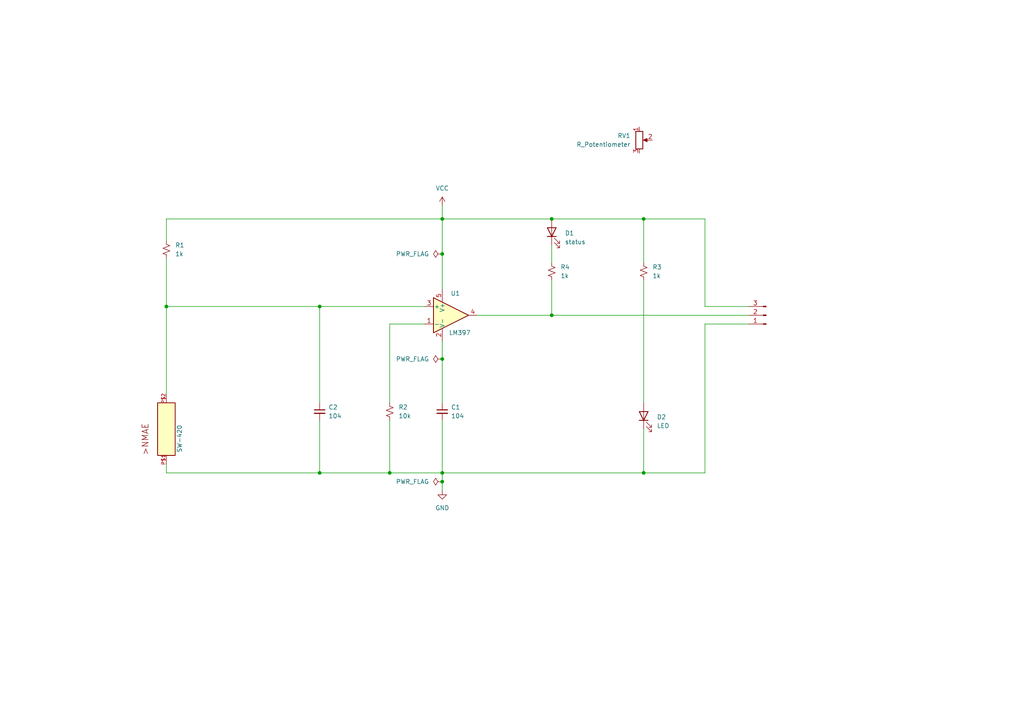
<source format=kicad_sch>
(kicad_sch
	(version 20231120)
	(generator "eeschema")
	(generator_version "8.0")
	(uuid "ed89d4a6-513b-47b5-b1db-65cb51a43269")
	(paper "A4")
	(title_block
		(title "Vibration Module")
		(date "2024-07-03")
		(company "Prince Lee Muhera")
	)
	(lib_symbols
		(symbol "Comparator:LM397"
			(pin_names
				(offset 0.127)
			)
			(exclude_from_sim no)
			(in_bom yes)
			(on_board yes)
			(property "Reference" "U"
				(at 1.27 5.08 0)
				(effects
					(font
						(size 1.27 1.27)
					)
				)
			)
			(property "Value" "LM397"
				(at 3.81 -5.08 0)
				(effects
					(font
						(size 1.27 1.27)
					)
				)
			)
			(property "Footprint" "Package_TO_SOT_SMD:SOT-23-5"
				(at 1.27 -15.24 0)
				(effects
					(font
						(size 1.27 1.27)
					)
					(hide yes)
				)
			)
			(property "Datasheet" "http://www.ti.com/lit/ds/symlink/lm397.pdf"
				(at 0 5.08 0)
				(effects
					(font
						(size 1.27 1.27)
					)
					(hide yes)
				)
			)
			(property "Description" "Single General-Purpose Voltage Comparator with Open-Collector Output, SOT-23-5"
				(at 0 0 0)
				(effects
					(font
						(size 1.27 1.27)
					)
					(hide yes)
				)
			)
			(property "ki_keywords" "single comparator"
				(at 0 0 0)
				(effects
					(font
						(size 1.27 1.27)
					)
					(hide yes)
				)
			)
			(property "ki_fp_filters" "SOT?23*"
				(at 0 0 0)
				(effects
					(font
						(size 1.27 1.27)
					)
					(hide yes)
				)
			)
			(symbol "LM397_0_1"
				(polyline
					(pts
						(xy -5.08 5.08) (xy 5.08 0) (xy -5.08 -5.08) (xy -5.08 5.08)
					)
					(stroke
						(width 0.254)
						(type default)
					)
					(fill
						(type background)
					)
				)
			)
			(symbol "LM397_1_1"
				(pin input line
					(at -7.62 -2.54 0)
					(length 2.54)
					(name "-"
						(effects
							(font
								(size 1.27 1.27)
							)
						)
					)
					(number "1"
						(effects
							(font
								(size 1.27 1.27)
							)
						)
					)
				)
				(pin power_in line
					(at -2.54 -7.62 90)
					(length 3.81)
					(name "V-"
						(effects
							(font
								(size 1.27 1.27)
							)
						)
					)
					(number "2"
						(effects
							(font
								(size 1.27 1.27)
							)
						)
					)
				)
				(pin input line
					(at -7.62 2.54 0)
					(length 2.54)
					(name "+"
						(effects
							(font
								(size 1.27 1.27)
							)
						)
					)
					(number "3"
						(effects
							(font
								(size 1.27 1.27)
							)
						)
					)
				)
				(pin open_collector line
					(at 7.62 0 180)
					(length 2.54)
					(name "~"
						(effects
							(font
								(size 1.27 1.27)
							)
						)
					)
					(number "4"
						(effects
							(font
								(size 1.27 1.27)
							)
						)
					)
				)
				(pin power_in line
					(at -2.54 7.62 270)
					(length 3.81)
					(name "V+"
						(effects
							(font
								(size 1.27 1.27)
							)
						)
					)
					(number "5"
						(effects
							(font
								(size 1.27 1.27)
							)
						)
					)
				)
			)
		)
		(symbol "Connector:Conn_01x03_Pin"
			(pin_names
				(offset 1.016) hide)
			(exclude_from_sim no)
			(in_bom yes)
			(on_board yes)
			(property "Reference" "J"
				(at 0 5.08 0)
				(effects
					(font
						(size 1.27 1.27)
					)
				)
			)
			(property "Value" "Conn_01x03_Pin"
				(at 0 -5.08 0)
				(effects
					(font
						(size 1.27 1.27)
					)
				)
			)
			(property "Footprint" ""
				(at 0 0 0)
				(effects
					(font
						(size 1.27 1.27)
					)
					(hide yes)
				)
			)
			(property "Datasheet" "~"
				(at 0 0 0)
				(effects
					(font
						(size 1.27 1.27)
					)
					(hide yes)
				)
			)
			(property "Description" "Generic connector, single row, 01x03, script generated"
				(at 0 0 0)
				(effects
					(font
						(size 1.27 1.27)
					)
					(hide yes)
				)
			)
			(property "ki_locked" ""
				(at 0 0 0)
				(effects
					(font
						(size 1.27 1.27)
					)
				)
			)
			(property "ki_keywords" "connector"
				(at 0 0 0)
				(effects
					(font
						(size 1.27 1.27)
					)
					(hide yes)
				)
			)
			(property "ki_fp_filters" "Connector*:*_1x??_*"
				(at 0 0 0)
				(effects
					(font
						(size 1.27 1.27)
					)
					(hide yes)
				)
			)
			(symbol "Conn_01x03_Pin_1_1"
				(polyline
					(pts
						(xy 1.27 -2.54) (xy 0.8636 -2.54)
					)
					(stroke
						(width 0.1524)
						(type default)
					)
					(fill
						(type none)
					)
				)
				(polyline
					(pts
						(xy 1.27 0) (xy 0.8636 0)
					)
					(stroke
						(width 0.1524)
						(type default)
					)
					(fill
						(type none)
					)
				)
				(polyline
					(pts
						(xy 1.27 2.54) (xy 0.8636 2.54)
					)
					(stroke
						(width 0.1524)
						(type default)
					)
					(fill
						(type none)
					)
				)
				(rectangle
					(start 0.8636 -2.413)
					(end 0 -2.667)
					(stroke
						(width 0.1524)
						(type default)
					)
					(fill
						(type outline)
					)
				)
				(rectangle
					(start 0.8636 0.127)
					(end 0 -0.127)
					(stroke
						(width 0.1524)
						(type default)
					)
					(fill
						(type outline)
					)
				)
				(rectangle
					(start 0.8636 2.667)
					(end 0 2.413)
					(stroke
						(width 0.1524)
						(type default)
					)
					(fill
						(type outline)
					)
				)
				(pin passive line
					(at 5.08 2.54 180)
					(length 3.81)
					(name "Pin_1"
						(effects
							(font
								(size 1.27 1.27)
							)
						)
					)
					(number "1"
						(effects
							(font
								(size 1.27 1.27)
							)
						)
					)
				)
				(pin passive line
					(at 5.08 0 180)
					(length 3.81)
					(name "Pin_2"
						(effects
							(font
								(size 1.27 1.27)
							)
						)
					)
					(number "2"
						(effects
							(font
								(size 1.27 1.27)
							)
						)
					)
				)
				(pin passive line
					(at 5.08 -2.54 180)
					(length 3.81)
					(name "Pin_3"
						(effects
							(font
								(size 1.27 1.27)
							)
						)
					)
					(number "3"
						(effects
							(font
								(size 1.27 1.27)
							)
						)
					)
				)
			)
		)
		(symbol "Device:C_Small"
			(pin_numbers hide)
			(pin_names
				(offset 0.254) hide)
			(exclude_from_sim no)
			(in_bom yes)
			(on_board yes)
			(property "Reference" "C"
				(at 0.254 1.778 0)
				(effects
					(font
						(size 1.27 1.27)
					)
					(justify left)
				)
			)
			(property "Value" "C_Small"
				(at 0.254 -2.032 0)
				(effects
					(font
						(size 1.27 1.27)
					)
					(justify left)
				)
			)
			(property "Footprint" ""
				(at 0 0 0)
				(effects
					(font
						(size 1.27 1.27)
					)
					(hide yes)
				)
			)
			(property "Datasheet" "~"
				(at 0 0 0)
				(effects
					(font
						(size 1.27 1.27)
					)
					(hide yes)
				)
			)
			(property "Description" "Unpolarized capacitor, small symbol"
				(at 0 0 0)
				(effects
					(font
						(size 1.27 1.27)
					)
					(hide yes)
				)
			)
			(property "ki_keywords" "capacitor cap"
				(at 0 0 0)
				(effects
					(font
						(size 1.27 1.27)
					)
					(hide yes)
				)
			)
			(property "ki_fp_filters" "C_*"
				(at 0 0 0)
				(effects
					(font
						(size 1.27 1.27)
					)
					(hide yes)
				)
			)
			(symbol "C_Small_0_1"
				(polyline
					(pts
						(xy -1.524 -0.508) (xy 1.524 -0.508)
					)
					(stroke
						(width 0.3302)
						(type default)
					)
					(fill
						(type none)
					)
				)
				(polyline
					(pts
						(xy -1.524 0.508) (xy 1.524 0.508)
					)
					(stroke
						(width 0.3048)
						(type default)
					)
					(fill
						(type none)
					)
				)
			)
			(symbol "C_Small_1_1"
				(pin passive line
					(at 0 2.54 270)
					(length 2.032)
					(name "~"
						(effects
							(font
								(size 1.27 1.27)
							)
						)
					)
					(number "1"
						(effects
							(font
								(size 1.27 1.27)
							)
						)
					)
				)
				(pin passive line
					(at 0 -2.54 90)
					(length 2.032)
					(name "~"
						(effects
							(font
								(size 1.27 1.27)
							)
						)
					)
					(number "2"
						(effects
							(font
								(size 1.27 1.27)
							)
						)
					)
				)
			)
		)
		(symbol "Device:LED"
			(pin_numbers hide)
			(pin_names
				(offset 1.016) hide)
			(exclude_from_sim no)
			(in_bom yes)
			(on_board yes)
			(property "Reference" "D"
				(at 0 2.54 0)
				(effects
					(font
						(size 1.27 1.27)
					)
				)
			)
			(property "Value" "LED"
				(at 0 -2.54 0)
				(effects
					(font
						(size 1.27 1.27)
					)
				)
			)
			(property "Footprint" ""
				(at 0 0 0)
				(effects
					(font
						(size 1.27 1.27)
					)
					(hide yes)
				)
			)
			(property "Datasheet" "~"
				(at 0 0 0)
				(effects
					(font
						(size 1.27 1.27)
					)
					(hide yes)
				)
			)
			(property "Description" "Light emitting diode"
				(at 0 0 0)
				(effects
					(font
						(size 1.27 1.27)
					)
					(hide yes)
				)
			)
			(property "ki_keywords" "LED diode"
				(at 0 0 0)
				(effects
					(font
						(size 1.27 1.27)
					)
					(hide yes)
				)
			)
			(property "ki_fp_filters" "LED* LED_SMD:* LED_THT:*"
				(at 0 0 0)
				(effects
					(font
						(size 1.27 1.27)
					)
					(hide yes)
				)
			)
			(symbol "LED_0_1"
				(polyline
					(pts
						(xy -1.27 -1.27) (xy -1.27 1.27)
					)
					(stroke
						(width 0.254)
						(type default)
					)
					(fill
						(type none)
					)
				)
				(polyline
					(pts
						(xy -1.27 0) (xy 1.27 0)
					)
					(stroke
						(width 0)
						(type default)
					)
					(fill
						(type none)
					)
				)
				(polyline
					(pts
						(xy 1.27 -1.27) (xy 1.27 1.27) (xy -1.27 0) (xy 1.27 -1.27)
					)
					(stroke
						(width 0.254)
						(type default)
					)
					(fill
						(type none)
					)
				)
				(polyline
					(pts
						(xy -3.048 -0.762) (xy -4.572 -2.286) (xy -3.81 -2.286) (xy -4.572 -2.286) (xy -4.572 -1.524)
					)
					(stroke
						(width 0)
						(type default)
					)
					(fill
						(type none)
					)
				)
				(polyline
					(pts
						(xy -1.778 -0.762) (xy -3.302 -2.286) (xy -2.54 -2.286) (xy -3.302 -2.286) (xy -3.302 -1.524)
					)
					(stroke
						(width 0)
						(type default)
					)
					(fill
						(type none)
					)
				)
			)
			(symbol "LED_1_1"
				(pin passive line
					(at -3.81 0 0)
					(length 2.54)
					(name "K"
						(effects
							(font
								(size 1.27 1.27)
							)
						)
					)
					(number "1"
						(effects
							(font
								(size 1.27 1.27)
							)
						)
					)
				)
				(pin passive line
					(at 3.81 0 180)
					(length 2.54)
					(name "A"
						(effects
							(font
								(size 1.27 1.27)
							)
						)
					)
					(number "2"
						(effects
							(font
								(size 1.27 1.27)
							)
						)
					)
				)
			)
		)
		(symbol "Device:R_Potentiometer"
			(pin_names
				(offset 1.016) hide)
			(exclude_from_sim no)
			(in_bom yes)
			(on_board yes)
			(property "Reference" "RV"
				(at -4.445 0 90)
				(effects
					(font
						(size 1.27 1.27)
					)
				)
			)
			(property "Value" "R_Potentiometer"
				(at -2.54 0 90)
				(effects
					(font
						(size 1.27 1.27)
					)
				)
			)
			(property "Footprint" ""
				(at 0 0 0)
				(effects
					(font
						(size 1.27 1.27)
					)
					(hide yes)
				)
			)
			(property "Datasheet" "~"
				(at 0 0 0)
				(effects
					(font
						(size 1.27 1.27)
					)
					(hide yes)
				)
			)
			(property "Description" "Potentiometer"
				(at 0 0 0)
				(effects
					(font
						(size 1.27 1.27)
					)
					(hide yes)
				)
			)
			(property "ki_keywords" "resistor variable"
				(at 0 0 0)
				(effects
					(font
						(size 1.27 1.27)
					)
					(hide yes)
				)
			)
			(property "ki_fp_filters" "Potentiometer*"
				(at 0 0 0)
				(effects
					(font
						(size 1.27 1.27)
					)
					(hide yes)
				)
			)
			(symbol "R_Potentiometer_0_1"
				(polyline
					(pts
						(xy 2.54 0) (xy 1.524 0)
					)
					(stroke
						(width 0)
						(type default)
					)
					(fill
						(type none)
					)
				)
				(polyline
					(pts
						(xy 1.143 0) (xy 2.286 0.508) (xy 2.286 -0.508) (xy 1.143 0)
					)
					(stroke
						(width 0)
						(type default)
					)
					(fill
						(type outline)
					)
				)
				(rectangle
					(start 1.016 2.54)
					(end -1.016 -2.54)
					(stroke
						(width 0.254)
						(type default)
					)
					(fill
						(type none)
					)
				)
			)
			(symbol "R_Potentiometer_1_1"
				(pin passive line
					(at 0 3.81 270)
					(length 1.27)
					(name "1"
						(effects
							(font
								(size 1.27 1.27)
							)
						)
					)
					(number "1"
						(effects
							(font
								(size 1.27 1.27)
							)
						)
					)
				)
				(pin passive line
					(at 3.81 0 180)
					(length 1.27)
					(name "2"
						(effects
							(font
								(size 1.27 1.27)
							)
						)
					)
					(number "2"
						(effects
							(font
								(size 1.27 1.27)
							)
						)
					)
				)
				(pin passive line
					(at 0 -3.81 90)
					(length 1.27)
					(name "3"
						(effects
							(font
								(size 1.27 1.27)
							)
						)
					)
					(number "3"
						(effects
							(font
								(size 1.27 1.27)
							)
						)
					)
				)
			)
		)
		(symbol "Device:R_Small_US"
			(pin_numbers hide)
			(pin_names
				(offset 0.254) hide)
			(exclude_from_sim no)
			(in_bom yes)
			(on_board yes)
			(property "Reference" "R"
				(at 0.762 0.508 0)
				(effects
					(font
						(size 1.27 1.27)
					)
					(justify left)
				)
			)
			(property "Value" "R_Small_US"
				(at 0.762 -1.016 0)
				(effects
					(font
						(size 1.27 1.27)
					)
					(justify left)
				)
			)
			(property "Footprint" ""
				(at 0 0 0)
				(effects
					(font
						(size 1.27 1.27)
					)
					(hide yes)
				)
			)
			(property "Datasheet" "~"
				(at 0 0 0)
				(effects
					(font
						(size 1.27 1.27)
					)
					(hide yes)
				)
			)
			(property "Description" "Resistor, small US symbol"
				(at 0 0 0)
				(effects
					(font
						(size 1.27 1.27)
					)
					(hide yes)
				)
			)
			(property "ki_keywords" "r resistor"
				(at 0 0 0)
				(effects
					(font
						(size 1.27 1.27)
					)
					(hide yes)
				)
			)
			(property "ki_fp_filters" "R_*"
				(at 0 0 0)
				(effects
					(font
						(size 1.27 1.27)
					)
					(hide yes)
				)
			)
			(symbol "R_Small_US_1_1"
				(polyline
					(pts
						(xy 0 0) (xy 1.016 -0.381) (xy 0 -0.762) (xy -1.016 -1.143) (xy 0 -1.524)
					)
					(stroke
						(width 0)
						(type default)
					)
					(fill
						(type none)
					)
				)
				(polyline
					(pts
						(xy 0 1.524) (xy 1.016 1.143) (xy 0 0.762) (xy -1.016 0.381) (xy 0 0)
					)
					(stroke
						(width 0)
						(type default)
					)
					(fill
						(type none)
					)
				)
				(pin passive line
					(at 0 2.54 270)
					(length 1.016)
					(name "~"
						(effects
							(font
								(size 1.27 1.27)
							)
						)
					)
					(number "1"
						(effects
							(font
								(size 1.27 1.27)
							)
						)
					)
				)
				(pin passive line
					(at 0 -2.54 90)
					(length 1.016)
					(name "~"
						(effects
							(font
								(size 1.27 1.27)
							)
						)
					)
					(number "2"
						(effects
							(font
								(size 1.27 1.27)
							)
						)
					)
				)
			)
		)
		(symbol "SW-420:SW-420"
			(pin_names
				(offset 1.016)
			)
			(exclude_from_sim no)
			(in_bom yes)
			(on_board yes)
			(property "Reference" "X1"
				(at 1.2701 -3.81 90)
				(effects
					(font
						(size 1.27 1.27)
					)
					(justify right)
					(hide yes)
				)
			)
			(property "Value" "SW-420"
				(at 1.27 -3.81 0)
				(effects
					(font
						(size 1.27 1.27)
					)
					(justify right)
				)
			)
			(property "Footprint" "SW-420:SW-420"
				(at 0 0 0)
				(effects
					(font
						(size 1.27 1.27)
					)
					(justify bottom)
					(hide yes)
				)
			)
			(property "Datasheet" ""
				(at 0 0 0)
				(effects
					(font
						(size 1.27 1.27)
					)
					(hide yes)
				)
			)
			(property "Description" ""
				(at 0 0 0)
				(effects
					(font
						(size 1.27 1.27)
					)
					(hide yes)
				)
			)
			(property "MF" "Stancor"
				(at 0 0 0)
				(effects
					(font
						(size 1.27 1.27)
					)
					(justify bottom)
					(hide yes)
				)
			)
			(property "Description_1" "\nPower Transformer 2500Vrms 6VA 6 Terminal PC Pin Thru-Hole\n"
				(at 5.334 -13.97 0)
				(effects
					(font
						(size 1.27 1.27)
					)
					(justify bottom)
					(hide yes)
				)
			)
			(property "Package" "None"
				(at 0 0 0)
				(effects
					(font
						(size 1.27 1.27)
					)
					(justify bottom)
					(hide yes)
				)
			)
			(property "Price" "None"
				(at 0 0 0)
				(effects
					(font
						(size 1.27 1.27)
					)
					(justify bottom)
					(hide yes)
				)
			)
			(property "SnapEDA_Link" "https://www.snapeda.com/parts/SW-420/Stancor/view-part/?ref=snap"
				(at 2.54 -8.128 0)
				(effects
					(font
						(size 1.27 1.27)
					)
					(justify bottom)
					(hide yes)
				)
			)
			(property "MP" "SW-420"
				(at 0 0 0)
				(effects
					(font
						(size 1.27 1.27)
					)
					(justify bottom)
					(hide yes)
				)
			)
			(property "Availability" "Not in stock"
				(at 0 0 0)
				(effects
					(font
						(size 1.27 1.27)
					)
					(justify bottom)
					(hide yes)
				)
			)
			(property "Check_prices" "https://www.snapeda.com/parts/SW-420/Stancor/view-part/?ref=eda"
				(at 4.064 -12.192 0)
				(effects
					(font
						(size 1.27 1.27)
					)
					(justify bottom)
					(hide yes)
				)
			)
			(symbol "SW-420_0_0"
				(rectangle
					(start -7.62 2.54)
					(end 7.62 -2.54)
					(stroke
						(width 0.254)
						(type default)
					)
					(fill
						(type background)
					)
				)
				(text ">NMAE"
					(at -7.62 5.08 0)
					(effects
						(font
							(size 1.778 1.778)
						)
						(justify left bottom)
					)
				)
				(pin bidirectional line
					(at 10.16 0 180)
					(length 2.54)
					(name "~"
						(effects
							(font
								(size 1.016 1.016)
							)
						)
					)
					(number "P$2"
						(effects
							(font
								(size 1.016 1.016)
							)
						)
					)
				)
			)
			(symbol "SW-420_1_0"
				(pin input line
					(at -10.16 0 0)
					(length 2.54)
					(name "~"
						(effects
							(font
								(size 1.016 1.016)
							)
						)
					)
					(number "P$1"
						(effects
							(font
								(size 1.016 1.016)
							)
						)
					)
				)
			)
		)
		(symbol "power:GND"
			(power)
			(pin_numbers hide)
			(pin_names
				(offset 0) hide)
			(exclude_from_sim no)
			(in_bom yes)
			(on_board yes)
			(property "Reference" "#PWR"
				(at 0 -6.35 0)
				(effects
					(font
						(size 1.27 1.27)
					)
					(hide yes)
				)
			)
			(property "Value" "GND"
				(at 0 -3.81 0)
				(effects
					(font
						(size 1.27 1.27)
					)
				)
			)
			(property "Footprint" ""
				(at 0 0 0)
				(effects
					(font
						(size 1.27 1.27)
					)
					(hide yes)
				)
			)
			(property "Datasheet" ""
				(at 0 0 0)
				(effects
					(font
						(size 1.27 1.27)
					)
					(hide yes)
				)
			)
			(property "Description" "Power symbol creates a global label with name \"GND\" , ground"
				(at 0 0 0)
				(effects
					(font
						(size 1.27 1.27)
					)
					(hide yes)
				)
			)
			(property "ki_keywords" "global power"
				(at 0 0 0)
				(effects
					(font
						(size 1.27 1.27)
					)
					(hide yes)
				)
			)
			(symbol "GND_0_1"
				(polyline
					(pts
						(xy 0 0) (xy 0 -1.27) (xy 1.27 -1.27) (xy 0 -2.54) (xy -1.27 -1.27) (xy 0 -1.27)
					)
					(stroke
						(width 0)
						(type default)
					)
					(fill
						(type none)
					)
				)
			)
			(symbol "GND_1_1"
				(pin power_in line
					(at 0 0 270)
					(length 0)
					(name "~"
						(effects
							(font
								(size 1.27 1.27)
							)
						)
					)
					(number "1"
						(effects
							(font
								(size 1.27 1.27)
							)
						)
					)
				)
			)
		)
		(symbol "power:PWR_FLAG"
			(power)
			(pin_numbers hide)
			(pin_names
				(offset 0) hide)
			(exclude_from_sim no)
			(in_bom yes)
			(on_board yes)
			(property "Reference" "#FLG"
				(at 0 1.905 0)
				(effects
					(font
						(size 1.27 1.27)
					)
					(hide yes)
				)
			)
			(property "Value" "PWR_FLAG"
				(at 0 3.81 0)
				(effects
					(font
						(size 1.27 1.27)
					)
				)
			)
			(property "Footprint" ""
				(at 0 0 0)
				(effects
					(font
						(size 1.27 1.27)
					)
					(hide yes)
				)
			)
			(property "Datasheet" "~"
				(at 0 0 0)
				(effects
					(font
						(size 1.27 1.27)
					)
					(hide yes)
				)
			)
			(property "Description" "Special symbol for telling ERC where power comes from"
				(at 0 0 0)
				(effects
					(font
						(size 1.27 1.27)
					)
					(hide yes)
				)
			)
			(property "ki_keywords" "flag power"
				(at 0 0 0)
				(effects
					(font
						(size 1.27 1.27)
					)
					(hide yes)
				)
			)
			(symbol "PWR_FLAG_0_0"
				(pin power_out line
					(at 0 0 90)
					(length 0)
					(name "~"
						(effects
							(font
								(size 1.27 1.27)
							)
						)
					)
					(number "1"
						(effects
							(font
								(size 1.27 1.27)
							)
						)
					)
				)
			)
			(symbol "PWR_FLAG_0_1"
				(polyline
					(pts
						(xy 0 0) (xy 0 1.27) (xy -1.016 1.905) (xy 0 2.54) (xy 1.016 1.905) (xy 0 1.27)
					)
					(stroke
						(width 0)
						(type default)
					)
					(fill
						(type none)
					)
				)
			)
		)
		(symbol "power:VCC"
			(power)
			(pin_numbers hide)
			(pin_names
				(offset 0) hide)
			(exclude_from_sim no)
			(in_bom yes)
			(on_board yes)
			(property "Reference" "#PWR"
				(at 0 -3.81 0)
				(effects
					(font
						(size 1.27 1.27)
					)
					(hide yes)
				)
			)
			(property "Value" "VCC"
				(at 0 3.556 0)
				(effects
					(font
						(size 1.27 1.27)
					)
				)
			)
			(property "Footprint" ""
				(at 0 0 0)
				(effects
					(font
						(size 1.27 1.27)
					)
					(hide yes)
				)
			)
			(property "Datasheet" ""
				(at 0 0 0)
				(effects
					(font
						(size 1.27 1.27)
					)
					(hide yes)
				)
			)
			(property "Description" "Power symbol creates a global label with name \"VCC\""
				(at 0 0 0)
				(effects
					(font
						(size 1.27 1.27)
					)
					(hide yes)
				)
			)
			(property "ki_keywords" "global power"
				(at 0 0 0)
				(effects
					(font
						(size 1.27 1.27)
					)
					(hide yes)
				)
			)
			(symbol "VCC_0_1"
				(polyline
					(pts
						(xy -0.762 1.27) (xy 0 2.54)
					)
					(stroke
						(width 0)
						(type default)
					)
					(fill
						(type none)
					)
				)
				(polyline
					(pts
						(xy 0 0) (xy 0 2.54)
					)
					(stroke
						(width 0)
						(type default)
					)
					(fill
						(type none)
					)
				)
				(polyline
					(pts
						(xy 0 2.54) (xy 0.762 1.27)
					)
					(stroke
						(width 0)
						(type default)
					)
					(fill
						(type none)
					)
				)
			)
			(symbol "VCC_1_1"
				(pin power_in line
					(at 0 0 90)
					(length 0)
					(name "~"
						(effects
							(font
								(size 1.27 1.27)
							)
						)
					)
					(number "1"
						(effects
							(font
								(size 1.27 1.27)
							)
						)
					)
				)
			)
		)
	)
	(junction
		(at 128.27 104.14)
		(diameter 0)
		(color 0 0 0 0)
		(uuid "036a6e80-6e28-4d38-a655-b2f582ab1114")
	)
	(junction
		(at 186.69 63.5)
		(diameter 0)
		(color 0 0 0 0)
		(uuid "0f636b64-5c7e-4ded-9b4b-57fa40c1c931")
	)
	(junction
		(at 160.02 91.44)
		(diameter 0)
		(color 0 0 0 0)
		(uuid "26c0d9af-b1d5-4760-ab07-5d1c5f8a92eb")
	)
	(junction
		(at 48.26 88.9)
		(diameter 0)
		(color 0 0 0 0)
		(uuid "61f85647-98f9-4530-9ef5-e4909db4395a")
	)
	(junction
		(at 113.03 137.16)
		(diameter 0)
		(color 0 0 0 0)
		(uuid "77c43432-c19b-42c6-91e0-2cd128557f17")
	)
	(junction
		(at 92.71 88.9)
		(diameter 0)
		(color 0 0 0 0)
		(uuid "787ab236-2cad-49b3-972f-32bdb533b7f4")
	)
	(junction
		(at 128.27 137.16)
		(diameter 0)
		(color 0 0 0 0)
		(uuid "78f2cac9-9eb6-429e-8716-7eec50de9891")
	)
	(junction
		(at 92.71 137.16)
		(diameter 0)
		(color 0 0 0 0)
		(uuid "7f2d69f4-4186-4565-8153-126a3040da73")
	)
	(junction
		(at 128.27 139.7)
		(diameter 0)
		(color 0 0 0 0)
		(uuid "99611f6d-921c-4167-afdb-7a0d0f22f8f9")
	)
	(junction
		(at 186.69 137.16)
		(diameter 0)
		(color 0 0 0 0)
		(uuid "a81bf0df-8267-4a6d-b92f-4fd2abeff169")
	)
	(junction
		(at 128.27 63.5)
		(diameter 0)
		(color 0 0 0 0)
		(uuid "dfeec7f8-6c0c-4dbd-b5e3-5b1fbed14725")
	)
	(junction
		(at 128.27 73.66)
		(diameter 0)
		(color 0 0 0 0)
		(uuid "f63ea0ea-1784-4c76-b57d-b62de5301460")
	)
	(junction
		(at 160.02 63.5)
		(diameter 0)
		(color 0 0 0 0)
		(uuid "fa668b85-3d5a-4209-b8fc-afec1a2e6b96")
	)
	(wire
		(pts
			(xy 92.71 137.16) (xy 113.03 137.16)
		)
		(stroke
			(width 0)
			(type default)
		)
		(uuid "021a1b6e-0a12-4a5b-880e-018daf0b3443")
	)
	(wire
		(pts
			(xy 160.02 71.12) (xy 160.02 76.2)
		)
		(stroke
			(width 0)
			(type default)
		)
		(uuid "07f33e41-ab8c-4fdf-8fca-f5d6847d7b0e")
	)
	(wire
		(pts
			(xy 160.02 81.28) (xy 160.02 91.44)
		)
		(stroke
			(width 0)
			(type default)
		)
		(uuid "1a63e3be-74ac-47ed-ba7a-94fbd4998418")
	)
	(wire
		(pts
			(xy 204.47 88.9) (xy 204.47 63.5)
		)
		(stroke
			(width 0)
			(type default)
		)
		(uuid "2b96a210-bb54-4c70-9a9b-96501e125991")
	)
	(wire
		(pts
			(xy 186.69 76.2) (xy 186.69 63.5)
		)
		(stroke
			(width 0)
			(type default)
		)
		(uuid "34b03924-78d1-4c92-a582-173ebab51f87")
	)
	(wire
		(pts
			(xy 186.69 81.28) (xy 186.69 116.84)
		)
		(stroke
			(width 0)
			(type default)
		)
		(uuid "4231d715-0906-4090-aed0-83f7104af465")
	)
	(wire
		(pts
			(xy 92.71 88.9) (xy 123.19 88.9)
		)
		(stroke
			(width 0)
			(type default)
		)
		(uuid "49ca3606-53ca-45df-ab67-2a5f3647f4ef")
	)
	(wire
		(pts
			(xy 48.26 134.62) (xy 48.26 137.16)
		)
		(stroke
			(width 0)
			(type default)
		)
		(uuid "4d75bfc9-dc29-472c-8460-e4ce021dbe62")
	)
	(wire
		(pts
			(xy 48.26 88.9) (xy 92.71 88.9)
		)
		(stroke
			(width 0)
			(type default)
		)
		(uuid "4f93c1b3-8b9c-42ec-8525-2f57f9b3246e")
	)
	(wire
		(pts
			(xy 128.27 59.69) (xy 128.27 63.5)
		)
		(stroke
			(width 0)
			(type default)
		)
		(uuid "536291ec-82bd-4c9b-bcf7-5057bb0b945c")
	)
	(wire
		(pts
			(xy 204.47 63.5) (xy 186.69 63.5)
		)
		(stroke
			(width 0)
			(type default)
		)
		(uuid "567cfd21-a0da-436f-9a13-8c01ec3021d7")
	)
	(wire
		(pts
			(xy 186.69 63.5) (xy 160.02 63.5)
		)
		(stroke
			(width 0)
			(type default)
		)
		(uuid "661f0bba-3ed7-4cca-8abd-0408d1b5dda5")
	)
	(wire
		(pts
			(xy 48.26 74.93) (xy 48.26 88.9)
		)
		(stroke
			(width 0)
			(type default)
		)
		(uuid "72af8e5e-3914-42f9-a385-6b0313c6eba7")
	)
	(wire
		(pts
			(xy 48.26 69.85) (xy 48.26 63.5)
		)
		(stroke
			(width 0)
			(type default)
		)
		(uuid "747c05f6-e695-4ce3-b6de-edcbb3894374")
	)
	(wire
		(pts
			(xy 92.71 121.92) (xy 92.71 137.16)
		)
		(stroke
			(width 0)
			(type default)
		)
		(uuid "7f4ae6ed-8d21-4345-b210-f334039abcce")
	)
	(wire
		(pts
			(xy 160.02 91.44) (xy 217.17 91.44)
		)
		(stroke
			(width 0)
			(type default)
		)
		(uuid "84bd0372-d290-4bc5-b4b2-7e2af57ffd2c")
	)
	(wire
		(pts
			(xy 186.69 124.46) (xy 186.69 137.16)
		)
		(stroke
			(width 0)
			(type default)
		)
		(uuid "87d639bf-a43b-40cd-85e9-5c49ea1b2dbe")
	)
	(wire
		(pts
			(xy 48.26 114.3) (xy 48.26 88.9)
		)
		(stroke
			(width 0)
			(type default)
		)
		(uuid "91646694-4f08-4615-8539-c95c8df5a330")
	)
	(wire
		(pts
			(xy 113.03 116.84) (xy 113.03 93.98)
		)
		(stroke
			(width 0)
			(type default)
		)
		(uuid "9557e514-2cbe-4d4c-9f96-570b97d89081")
	)
	(wire
		(pts
			(xy 113.03 93.98) (xy 123.19 93.98)
		)
		(stroke
			(width 0)
			(type default)
		)
		(uuid "a6489c1a-2413-4643-8c65-b44d98d2cc5e")
	)
	(wire
		(pts
			(xy 48.26 137.16) (xy 92.71 137.16)
		)
		(stroke
			(width 0)
			(type default)
		)
		(uuid "a97d267e-1e0b-4a11-b200-d07b26ba6530")
	)
	(wire
		(pts
			(xy 128.27 63.5) (xy 128.27 73.66)
		)
		(stroke
			(width 0)
			(type default)
		)
		(uuid "a9be4416-5052-4f84-8ff7-206fbcdf20c2")
	)
	(wire
		(pts
			(xy 128.27 63.5) (xy 160.02 63.5)
		)
		(stroke
			(width 0)
			(type default)
		)
		(uuid "adb6e1bf-b412-483a-8eb5-a80f01b5a83f")
	)
	(wire
		(pts
			(xy 128.27 104.14) (xy 128.27 116.84)
		)
		(stroke
			(width 0)
			(type default)
		)
		(uuid "b3180d9b-95d0-46b5-88df-9860d707b840")
	)
	(wire
		(pts
			(xy 113.03 121.92) (xy 113.03 137.16)
		)
		(stroke
			(width 0)
			(type default)
		)
		(uuid "b826f562-a380-4da6-901e-2bbdbf2a81c9")
	)
	(wire
		(pts
			(xy 128.27 73.66) (xy 128.27 83.82)
		)
		(stroke
			(width 0)
			(type default)
		)
		(uuid "c1b243c8-4b20-46f2-97b2-c73cc832e627")
	)
	(wire
		(pts
			(xy 204.47 137.16) (xy 186.69 137.16)
		)
		(stroke
			(width 0)
			(type default)
		)
		(uuid "c3a02e8a-176c-4575-aaf6-1417a24189ec")
	)
	(wire
		(pts
			(xy 128.27 137.16) (xy 128.27 139.7)
		)
		(stroke
			(width 0)
			(type default)
		)
		(uuid "c6c684de-4d86-45e2-a00b-31dd727456c2")
	)
	(wire
		(pts
			(xy 128.27 139.7) (xy 128.27 142.24)
		)
		(stroke
			(width 0)
			(type default)
		)
		(uuid "d52ce9d2-acab-4b04-aba1-9a21655dcc80")
	)
	(wire
		(pts
			(xy 186.69 137.16) (xy 128.27 137.16)
		)
		(stroke
			(width 0)
			(type default)
		)
		(uuid "dd82cd25-76cb-46c7-98b8-e6af90d3d861")
	)
	(wire
		(pts
			(xy 113.03 137.16) (xy 128.27 137.16)
		)
		(stroke
			(width 0)
			(type default)
		)
		(uuid "dec53818-8b5b-475f-891b-3ba94a3329f9")
	)
	(wire
		(pts
			(xy 48.26 63.5) (xy 128.27 63.5)
		)
		(stroke
			(width 0)
			(type default)
		)
		(uuid "dec7fbe5-d2de-4d67-b79e-14439ffbb4f5")
	)
	(wire
		(pts
			(xy 128.27 99.06) (xy 128.27 104.14)
		)
		(stroke
			(width 0)
			(type default)
		)
		(uuid "e705ed5c-e64f-4a87-9f01-bf57f1521174")
	)
	(wire
		(pts
			(xy 128.27 121.92) (xy 128.27 137.16)
		)
		(stroke
			(width 0)
			(type default)
		)
		(uuid "e9b34443-6d22-4268-ab1f-9165d8fc45f8")
	)
	(wire
		(pts
			(xy 217.17 93.98) (xy 204.47 93.98)
		)
		(stroke
			(width 0)
			(type default)
		)
		(uuid "ed2a6621-077f-42a3-bca1-5db3913ae45f")
	)
	(wire
		(pts
			(xy 204.47 93.98) (xy 204.47 137.16)
		)
		(stroke
			(width 0)
			(type default)
		)
		(uuid "f6a072a5-f41a-4de4-ba73-c08d386a1180")
	)
	(wire
		(pts
			(xy 92.71 116.84) (xy 92.71 88.9)
		)
		(stroke
			(width 0)
			(type default)
		)
		(uuid "f8657ec6-e6e2-4631-851d-5f05c5a86b52")
	)
	(wire
		(pts
			(xy 138.43 91.44) (xy 160.02 91.44)
		)
		(stroke
			(width 0)
			(type default)
		)
		(uuid "f9423ce6-9938-42ab-886a-a41254fa129c")
	)
	(wire
		(pts
			(xy 217.17 88.9) (xy 204.47 88.9)
		)
		(stroke
			(width 0)
			(type default)
		)
		(uuid "f9649702-d465-47c9-9959-cb99a9c58348")
	)
	(symbol
		(lib_id "power:PWR_FLAG")
		(at 128.27 104.14 90)
		(unit 1)
		(exclude_from_sim no)
		(in_bom yes)
		(on_board yes)
		(dnp no)
		(fields_autoplaced yes)
		(uuid "0475fef9-d0ef-4b7f-8e48-925412dc0f72")
		(property "Reference" "#FLG02"
			(at 126.365 104.14 0)
			(effects
				(font
					(size 1.27 1.27)
				)
				(hide yes)
			)
		)
		(property "Value" "PWR_FLAG"
			(at 124.46 104.1399 90)
			(effects
				(font
					(size 1.27 1.27)
				)
				(justify left)
			)
		)
		(property "Footprint" ""
			(at 128.27 104.14 0)
			(effects
				(font
					(size 1.27 1.27)
				)
				(hide yes)
			)
		)
		(property "Datasheet" "~"
			(at 128.27 104.14 0)
			(effects
				(font
					(size 1.27 1.27)
				)
				(hide yes)
			)
		)
		(property "Description" "Special symbol for telling ERC where power comes from"
			(at 128.27 104.14 0)
			(effects
				(font
					(size 1.27 1.27)
				)
				(hide yes)
			)
		)
		(pin "1"
			(uuid "267ed23d-ee14-49ec-888c-eaee07ca0a52")
		)
		(instances
			(project "Vibration Sensor Module"
				(path "/ed89d4a6-513b-47b5-b1db-65cb51a43269"
					(reference "#FLG02")
					(unit 1)
				)
			)
		)
	)
	(symbol
		(lib_id "power:GND")
		(at 128.27 142.24 0)
		(unit 1)
		(exclude_from_sim no)
		(in_bom yes)
		(on_board yes)
		(dnp no)
		(uuid "07f87494-d4f9-495e-b8a8-4e3ccade723d")
		(property "Reference" "#PWR02"
			(at 128.27 148.59 0)
			(effects
				(font
					(size 1.27 1.27)
				)
				(hide yes)
			)
		)
		(property "Value" "GND"
			(at 128.27 147.32 0)
			(effects
				(font
					(size 1.27 1.27)
				)
			)
		)
		(property "Footprint" ""
			(at 128.27 142.24 0)
			(effects
				(font
					(size 1.27 1.27)
				)
				(hide yes)
			)
		)
		(property "Datasheet" ""
			(at 128.27 142.24 0)
			(effects
				(font
					(size 1.27 1.27)
				)
				(hide yes)
			)
		)
		(property "Description" "Power symbol creates a global label with name \"GND\" , ground"
			(at 128.27 142.24 0)
			(effects
				(font
					(size 1.27 1.27)
				)
				(hide yes)
			)
		)
		(pin "1"
			(uuid "39f203d2-6c88-49c0-9645-e45bc61d3707")
		)
		(instances
			(project "Vibration Sensor Module"
				(path "/ed89d4a6-513b-47b5-b1db-65cb51a43269"
					(reference "#PWR02")
					(unit 1)
				)
			)
		)
	)
	(symbol
		(lib_id "Device:C_Small")
		(at 128.27 119.38 0)
		(unit 1)
		(exclude_from_sim no)
		(in_bom yes)
		(on_board yes)
		(dnp no)
		(fields_autoplaced yes)
		(uuid "19666aed-466f-4edb-9a77-8bcd169a7f49")
		(property "Reference" "C1"
			(at 130.81 118.1162 0)
			(effects
				(font
					(size 1.27 1.27)
				)
				(justify left)
			)
		)
		(property "Value" "104"
			(at 130.81 120.6562 0)
			(effects
				(font
					(size 1.27 1.27)
				)
				(justify left)
			)
		)
		(property "Footprint" "Capacitor_SMD:C_0201_0603Metric"
			(at 128.27 119.38 0)
			(effects
				(font
					(size 1.27 1.27)
				)
				(hide yes)
			)
		)
		(property "Datasheet" "~"
			(at 128.27 119.38 0)
			(effects
				(font
					(size 1.27 1.27)
				)
				(hide yes)
			)
		)
		(property "Description" "Unpolarized capacitor, small symbol"
			(at 128.27 119.38 0)
			(effects
				(font
					(size 1.27 1.27)
				)
				(hide yes)
			)
		)
		(pin "2"
			(uuid "f75b1fa8-04eb-4643-9850-9a5695f0a497")
		)
		(pin "1"
			(uuid "653e1750-79bf-4c9e-b04e-1412423e65b0")
		)
		(instances
			(project ""
				(path "/ed89d4a6-513b-47b5-b1db-65cb51a43269"
					(reference "C1")
					(unit 1)
				)
			)
		)
	)
	(symbol
		(lib_id "Device:C_Small")
		(at 92.71 119.38 0)
		(unit 1)
		(exclude_from_sim no)
		(in_bom yes)
		(on_board yes)
		(dnp no)
		(fields_autoplaced yes)
		(uuid "252d2fa4-9134-4cbd-b854-b9528512d011")
		(property "Reference" "C2"
			(at 95.25 118.1162 0)
			(effects
				(font
					(size 1.27 1.27)
				)
				(justify left)
			)
		)
		(property "Value" "104"
			(at 95.25 120.6562 0)
			(effects
				(font
					(size 1.27 1.27)
				)
				(justify left)
			)
		)
		(property "Footprint" "Capacitor_SMD:C_0201_0603Metric"
			(at 92.71 119.38 0)
			(effects
				(font
					(size 1.27 1.27)
				)
				(hide yes)
			)
		)
		(property "Datasheet" "~"
			(at 92.71 119.38 0)
			(effects
				(font
					(size 1.27 1.27)
				)
				(hide yes)
			)
		)
		(property "Description" "Unpolarized capacitor, small symbol"
			(at 92.71 119.38 0)
			(effects
				(font
					(size 1.27 1.27)
				)
				(hide yes)
			)
		)
		(pin "2"
			(uuid "140910f6-216b-4714-b27f-42ae06470f9f")
		)
		(pin "1"
			(uuid "c0bcda42-f6d7-45e8-b59b-f4bd5ab28955")
		)
		(instances
			(project "Vibration Sensor Module"
				(path "/ed89d4a6-513b-47b5-b1db-65cb51a43269"
					(reference "C2")
					(unit 1)
				)
			)
		)
	)
	(symbol
		(lib_id "Device:R_Small_US")
		(at 113.03 119.38 0)
		(unit 1)
		(exclude_from_sim no)
		(in_bom yes)
		(on_board yes)
		(dnp no)
		(fields_autoplaced yes)
		(uuid "47a632a8-cab7-4073-b065-1c91795df298")
		(property "Reference" "R2"
			(at 115.57 118.1099 0)
			(effects
				(font
					(size 1.27 1.27)
				)
				(justify left)
			)
		)
		(property "Value" "10k"
			(at 115.57 120.6499 0)
			(effects
				(font
					(size 1.27 1.27)
				)
				(justify left)
			)
		)
		(property "Footprint" "Resistor_SMD:R_0201_0603Metric"
			(at 113.03 119.38 0)
			(effects
				(font
					(size 1.27 1.27)
				)
				(hide yes)
			)
		)
		(property "Datasheet" "~"
			(at 113.03 119.38 0)
			(effects
				(font
					(size 1.27 1.27)
				)
				(hide yes)
			)
		)
		(property "Description" "Resistor, small US symbol"
			(at 113.03 119.38 0)
			(effects
				(font
					(size 1.27 1.27)
				)
				(hide yes)
			)
		)
		(pin "1"
			(uuid "fa1dea8d-02fe-46c1-b581-f31373e43cb4")
		)
		(pin "2"
			(uuid "d09f6b08-47b0-40fb-a49e-f5eb6f18f61f")
		)
		(instances
			(project "Vibration Sensor Module"
				(path "/ed89d4a6-513b-47b5-b1db-65cb51a43269"
					(reference "R2")
					(unit 1)
				)
			)
		)
	)
	(symbol
		(lib_id "Connector:Conn_01x03_Pin")
		(at 222.25 91.44 180)
		(unit 1)
		(exclude_from_sim no)
		(in_bom yes)
		(on_board yes)
		(dnp no)
		(fields_autoplaced yes)
		(uuid "635a0244-a4cb-45e8-896f-ed3701249355")
		(property "Reference" "J1"
			(at 223.52 90.1699 0)
			(effects
				(font
					(size 1.27 1.27)
				)
				(justify right)
				(hide yes)
			)
		)
		(property "Value" "Conn_01x03_Pin"
			(at 223.52 92.7099 0)
			(effects
				(font
					(size 1.27 1.27)
				)
				(justify right)
				(hide yes)
			)
		)
		(property "Footprint" "Connector_PinHeader_2.54mm:PinHeader_1x03_P2.54mm_Horizontal"
			(at 222.25 91.44 0)
			(effects
				(font
					(size 1.27 1.27)
				)
				(hide yes)
			)
		)
		(property "Datasheet" "~"
			(at 222.25 91.44 0)
			(effects
				(font
					(size 1.27 1.27)
				)
				(hide yes)
			)
		)
		(property "Description" "Generic connector, single row, 01x03, script generated"
			(at 222.25 91.44 0)
			(effects
				(font
					(size 1.27 1.27)
				)
				(hide yes)
			)
		)
		(pin "3"
			(uuid "d3666710-e8b2-4bf7-9419-dccca4c998a5")
		)
		(pin "2"
			(uuid "ed36827b-c8f9-49a3-bf1a-700b12b0da7b")
		)
		(pin "1"
			(uuid "fef82e2d-88ab-4c3b-90c7-af3f51ca6d99")
		)
		(instances
			(project ""
				(path "/ed89d4a6-513b-47b5-b1db-65cb51a43269"
					(reference "J1")
					(unit 1)
				)
			)
		)
	)
	(symbol
		(lib_id "Device:LED")
		(at 160.02 67.31 90)
		(unit 1)
		(exclude_from_sim no)
		(in_bom yes)
		(on_board yes)
		(dnp no)
		(fields_autoplaced yes)
		(uuid "68cf71f4-b90b-4ace-9e95-bd1f306a2b28")
		(property "Reference" "D1"
			(at 163.83 67.6274 90)
			(effects
				(font
					(size 1.27 1.27)
				)
				(justify right)
			)
		)
		(property "Value" "status"
			(at 163.83 70.1674 90)
			(effects
				(font
					(size 1.27 1.27)
				)
				(justify right)
			)
		)
		(property "Footprint" "LED_SMD:LED_0201_0603Metric"
			(at 160.02 67.31 0)
			(effects
				(font
					(size 1.27 1.27)
				)
				(hide yes)
			)
		)
		(property "Datasheet" "~"
			(at 160.02 67.31 0)
			(effects
				(font
					(size 1.27 1.27)
				)
				(hide yes)
			)
		)
		(property "Description" "Light emitting diode"
			(at 160.02 67.31 0)
			(effects
				(font
					(size 1.27 1.27)
				)
				(hide yes)
			)
		)
		(pin "1"
			(uuid "635d23fb-e437-496d-b4fd-b974abbfa377")
		)
		(pin "2"
			(uuid "f402d800-ac2c-43dc-b4ee-67760a2a9f2a")
		)
		(instances
			(project ""
				(path "/ed89d4a6-513b-47b5-b1db-65cb51a43269"
					(reference "D1")
					(unit 1)
				)
			)
		)
	)
	(symbol
		(lib_id "Comparator:LM397")
		(at 130.81 91.44 0)
		(unit 1)
		(exclude_from_sim no)
		(in_bom yes)
		(on_board yes)
		(dnp no)
		(uuid "6b042994-6e05-46c2-b2e6-2b2d1aac21bb")
		(property "Reference" "U1"
			(at 132.08 85.09 0)
			(effects
				(font
					(size 1.27 1.27)
				)
			)
		)
		(property "Value" "LM397"
			(at 133.35 96.52 0)
			(effects
				(font
					(size 1.27 1.27)
				)
			)
		)
		(property "Footprint" "Package_TO_SOT_SMD:SOT-23-5"
			(at 132.08 106.68 0)
			(effects
				(font
					(size 1.27 1.27)
				)
				(hide yes)
			)
		)
		(property "Datasheet" "http://www.ti.com/lit/ds/symlink/lm397.pdf"
			(at 130.81 86.36 0)
			(effects
				(font
					(size 1.27 1.27)
				)
				(hide yes)
			)
		)
		(property "Description" "Single General-Purpose Voltage Comparator with Open-Collector Output, SOT-23-5"
			(at 130.81 91.44 0)
			(effects
				(font
					(size 1.27 1.27)
				)
				(hide yes)
			)
		)
		(pin "4"
			(uuid "4fdbdce4-7c46-42c0-9e8d-75acd550fd39")
		)
		(pin "2"
			(uuid "06b2fb4f-2b46-4306-a69b-9d8f46ba4ac5")
		)
		(pin "1"
			(uuid "2292209c-f2ee-4bf2-b10b-7fdeab12c4cc")
		)
		(pin "3"
			(uuid "d8ef47ac-0c6a-4382-a28e-58bed8e15875")
		)
		(pin "5"
			(uuid "4fa14ea4-4f2c-4f87-9278-2d6e8189a897")
		)
		(instances
			(project ""
				(path "/ed89d4a6-513b-47b5-b1db-65cb51a43269"
					(reference "U1")
					(unit 1)
				)
			)
		)
	)
	(symbol
		(lib_id "Device:R_Small_US")
		(at 186.69 78.74 0)
		(unit 1)
		(exclude_from_sim no)
		(in_bom yes)
		(on_board yes)
		(dnp no)
		(fields_autoplaced yes)
		(uuid "6b214152-09b6-41fa-b32b-048d577ff06b")
		(property "Reference" "R3"
			(at 189.23 77.4699 0)
			(effects
				(font
					(size 1.27 1.27)
				)
				(justify left)
			)
		)
		(property "Value" "1k"
			(at 189.23 80.0099 0)
			(effects
				(font
					(size 1.27 1.27)
				)
				(justify left)
			)
		)
		(property "Footprint" "Resistor_SMD:R_0201_0603Metric"
			(at 186.69 78.74 0)
			(effects
				(font
					(size 1.27 1.27)
				)
				(hide yes)
			)
		)
		(property "Datasheet" "~"
			(at 186.69 78.74 0)
			(effects
				(font
					(size 1.27 1.27)
				)
				(hide yes)
			)
		)
		(property "Description" "Resistor, small US symbol"
			(at 186.69 78.74 0)
			(effects
				(font
					(size 1.27 1.27)
				)
				(hide yes)
			)
		)
		(pin "1"
			(uuid "a1953669-d163-45e7-842c-7b5a47806e80")
		)
		(pin "2"
			(uuid "8c68be82-2f5b-4a93-8032-dafb8a6432d2")
		)
		(instances
			(project "Vibration Sensor Module"
				(path "/ed89d4a6-513b-47b5-b1db-65cb51a43269"
					(reference "R3")
					(unit 1)
				)
			)
		)
	)
	(symbol
		(lib_id "Device:R_Potentiometer")
		(at 185.42 40.64 0)
		(unit 1)
		(exclude_from_sim no)
		(in_bom yes)
		(on_board yes)
		(dnp no)
		(fields_autoplaced yes)
		(uuid "77d3e1c4-70ea-4979-b300-7402876e879a")
		(property "Reference" "RV1"
			(at 182.88 39.3699 0)
			(effects
				(font
					(size 1.27 1.27)
				)
				(justify right)
			)
		)
		(property "Value" "R_Potentiometer"
			(at 182.88 41.9099 0)
			(effects
				(font
					(size 1.27 1.27)
				)
				(justify right)
			)
		)
		(property "Footprint" ""
			(at 185.42 40.64 0)
			(effects
				(font
					(size 1.27 1.27)
				)
				(hide yes)
			)
		)
		(property "Datasheet" "~"
			(at 185.42 40.64 0)
			(effects
				(font
					(size 1.27 1.27)
				)
				(hide yes)
			)
		)
		(property "Description" "Potentiometer"
			(at 185.42 40.64 0)
			(effects
				(font
					(size 1.27 1.27)
				)
				(hide yes)
			)
		)
		(pin "2"
			(uuid "d9902930-3588-41e2-9931-1857c479f5ae")
		)
		(pin "3"
			(uuid "b76ec8ec-024f-432e-a210-b0cfef6154e0")
		)
		(pin "1"
			(uuid "4e3515c3-e959-4ded-ad7a-6809bd185119")
		)
		(instances
			(project ""
				(path "/ed89d4a6-513b-47b5-b1db-65cb51a43269"
					(reference "RV1")
					(unit 1)
				)
			)
		)
	)
	(symbol
		(lib_id "Device:R_Small_US")
		(at 48.26 72.39 0)
		(unit 1)
		(exclude_from_sim no)
		(in_bom yes)
		(on_board yes)
		(dnp no)
		(fields_autoplaced yes)
		(uuid "8f1b0a56-9452-4d5f-ab17-048522416c72")
		(property "Reference" "R1"
			(at 50.8 71.1199 0)
			(effects
				(font
					(size 1.27 1.27)
				)
				(justify left)
			)
		)
		(property "Value" "1k"
			(at 50.8 73.6599 0)
			(effects
				(font
					(size 1.27 1.27)
				)
				(justify left)
			)
		)
		(property "Footprint" "Resistor_SMD:R_0201_0603Metric"
			(at 48.26 72.39 0)
			(effects
				(font
					(size 1.27 1.27)
				)
				(hide yes)
			)
		)
		(property "Datasheet" "~"
			(at 48.26 72.39 0)
			(effects
				(font
					(size 1.27 1.27)
				)
				(hide yes)
			)
		)
		(property "Description" "Resistor, small US symbol"
			(at 48.26 72.39 0)
			(effects
				(font
					(size 1.27 1.27)
				)
				(hide yes)
			)
		)
		(pin "1"
			(uuid "33c2bad0-ce84-4a89-892e-51fc5f4ab89c")
		)
		(pin "2"
			(uuid "0a07f1a5-2904-47eb-b28d-d6b9d8634000")
		)
		(instances
			(project "Vibration Sensor Module"
				(path "/ed89d4a6-513b-47b5-b1db-65cb51a43269"
					(reference "R1")
					(unit 1)
				)
			)
		)
	)
	(symbol
		(lib_id "power:PWR_FLAG")
		(at 128.27 73.66 90)
		(unit 1)
		(exclude_from_sim no)
		(in_bom yes)
		(on_board yes)
		(dnp no)
		(fields_autoplaced yes)
		(uuid "abfcacce-9075-4d8b-8268-e76bd6bfcfe8")
		(property "Reference" "#FLG01"
			(at 126.365 73.66 0)
			(effects
				(font
					(size 1.27 1.27)
				)
				(hide yes)
			)
		)
		(property "Value" "PWR_FLAG"
			(at 124.46 73.6599 90)
			(effects
				(font
					(size 1.27 1.27)
				)
				(justify left)
			)
		)
		(property "Footprint" ""
			(at 128.27 73.66 0)
			(effects
				(font
					(size 1.27 1.27)
				)
				(hide yes)
			)
		)
		(property "Datasheet" "~"
			(at 128.27 73.66 0)
			(effects
				(font
					(size 1.27 1.27)
				)
				(hide yes)
			)
		)
		(property "Description" "Special symbol for telling ERC where power comes from"
			(at 128.27 73.66 0)
			(effects
				(font
					(size 1.27 1.27)
				)
				(hide yes)
			)
		)
		(pin "1"
			(uuid "0dddbf07-83ac-48e5-816a-b139c0ccacdc")
		)
		(instances
			(project ""
				(path "/ed89d4a6-513b-47b5-b1db-65cb51a43269"
					(reference "#FLG01")
					(unit 1)
				)
			)
		)
	)
	(symbol
		(lib_id "power:PWR_FLAG")
		(at 128.27 139.7 90)
		(unit 1)
		(exclude_from_sim no)
		(in_bom yes)
		(on_board yes)
		(dnp no)
		(fields_autoplaced yes)
		(uuid "cc7227de-e871-46b4-8a49-1d804ece5a3d")
		(property "Reference" "#FLG03"
			(at 126.365 139.7 0)
			(effects
				(font
					(size 1.27 1.27)
				)
				(hide yes)
			)
		)
		(property "Value" "PWR_FLAG"
			(at 124.46 139.6999 90)
			(effects
				(font
					(size 1.27 1.27)
				)
				(justify left)
			)
		)
		(property "Footprint" ""
			(at 128.27 139.7 0)
			(effects
				(font
					(size 1.27 1.27)
				)
				(hide yes)
			)
		)
		(property "Datasheet" "~"
			(at 128.27 139.7 0)
			(effects
				(font
					(size 1.27 1.27)
				)
				(hide yes)
			)
		)
		(property "Description" "Special symbol for telling ERC where power comes from"
			(at 128.27 139.7 0)
			(effects
				(font
					(size 1.27 1.27)
				)
				(hide yes)
			)
		)
		(pin "1"
			(uuid "2f8a681f-378a-4022-9b3a-5fb3e568a5c0")
		)
		(instances
			(project "Vibration Sensor Module"
				(path "/ed89d4a6-513b-47b5-b1db-65cb51a43269"
					(reference "#FLG03")
					(unit 1)
				)
			)
		)
	)
	(symbol
		(lib_id "SW-420:SW-420")
		(at 48.26 124.46 90)
		(unit 1)
		(exclude_from_sim no)
		(in_bom yes)
		(on_board yes)
		(dnp no)
		(uuid "d88ecc2a-3d65-481c-b6e4-7d3efeb68a0a")
		(property "Reference" "X1"
			(at 52.07 123.1899 90)
			(effects
				(font
					(size 1.27 1.27)
				)
				(justify right)
				(hide yes)
			)
		)
		(property "Value" "SW-420"
			(at 52.07 123.19 0)
			(effects
				(font
					(size 1.27 1.27)
				)
				(justify right)
			)
		)
		(property "Footprint" "SW-420:SW-420"
			(at 48.26 124.46 0)
			(effects
				(font
					(size 1.27 1.27)
				)
				(justify bottom)
				(hide yes)
			)
		)
		(property "Datasheet" ""
			(at 48.26 124.46 0)
			(effects
				(font
					(size 1.27 1.27)
				)
				(hide yes)
			)
		)
		(property "Description" ""
			(at 48.26 124.46 0)
			(effects
				(font
					(size 1.27 1.27)
				)
				(hide yes)
			)
		)
		(property "MF" "Stancor"
			(at 48.26 124.46 0)
			(effects
				(font
					(size 1.27 1.27)
				)
				(justify bottom)
				(hide yes)
			)
		)
		(property "Description_1" "\nPower Transformer 2500Vrms 6VA 6 Terminal PC Pin Thru-Hole\n"
			(at 62.23 119.126 0)
			(effects
				(font
					(size 1.27 1.27)
				)
				(justify bottom)
				(hide yes)
			)
		)
		(property "Package" "None"
			(at 48.26 124.46 0)
			(effects
				(font
					(size 1.27 1.27)
				)
				(justify bottom)
				(hide yes)
			)
		)
		(property "Price" "None"
			(at 48.26 124.46 0)
			(effects
				(font
					(size 1.27 1.27)
				)
				(justify bottom)
				(hide yes)
			)
		)
		(property "SnapEDA_Link" "https://www.snapeda.com/parts/SW-420/Stancor/view-part/?ref=snap"
			(at 56.388 121.92 0)
			(effects
				(font
					(size 1.27 1.27)
				)
				(justify bottom)
				(hide yes)
			)
		)
		(property "MP" "SW-420"
			(at 48.26 124.46 0)
			(effects
				(font
					(size 1.27 1.27)
				)
				(justify bottom)
				(hide yes)
			)
		)
		(property "Availability" "Not in stock"
			(at 48.26 124.46 0)
			(effects
				(font
					(size 1.27 1.27)
				)
				(justify bottom)
				(hide yes)
			)
		)
		(property "Check_prices" "https://www.snapeda.com/parts/SW-420/Stancor/view-part/?ref=eda"
			(at 60.452 120.396 0)
			(effects
				(font
					(size 1.27 1.27)
				)
				(justify bottom)
				(hide yes)
			)
		)
		(pin "P$2"
			(uuid "afdcb5a3-da8a-4a95-b733-859c7c7a45a9")
		)
		(pin "P$1"
			(uuid "2db1bf1f-038b-4282-9c17-3c64ad7270fb")
		)
		(instances
			(project ""
				(path "/ed89d4a6-513b-47b5-b1db-65cb51a43269"
					(reference "X1")
					(unit 1)
				)
			)
		)
	)
	(symbol
		(lib_id "Device:R_Small_US")
		(at 160.02 78.74 0)
		(unit 1)
		(exclude_from_sim no)
		(in_bom yes)
		(on_board yes)
		(dnp no)
		(fields_autoplaced yes)
		(uuid "e1330fd6-d2bf-44d9-bc71-ce865dbe5913")
		(property "Reference" "R4"
			(at 162.56 77.4699 0)
			(effects
				(font
					(size 1.27 1.27)
				)
				(justify left)
			)
		)
		(property "Value" "1k"
			(at 162.56 80.0099 0)
			(effects
				(font
					(size 1.27 1.27)
				)
				(justify left)
			)
		)
		(property "Footprint" "Resistor_SMD:R_0201_0603Metric"
			(at 160.02 78.74 0)
			(effects
				(font
					(size 1.27 1.27)
				)
				(hide yes)
			)
		)
		(property "Datasheet" "~"
			(at 160.02 78.74 0)
			(effects
				(font
					(size 1.27 1.27)
				)
				(hide yes)
			)
		)
		(property "Description" "Resistor, small US symbol"
			(at 160.02 78.74 0)
			(effects
				(font
					(size 1.27 1.27)
				)
				(hide yes)
			)
		)
		(pin "1"
			(uuid "bf7f5939-b41a-4b68-81af-807ab2d1f433")
		)
		(pin "2"
			(uuid "0137c83b-9d60-4cce-9af0-b10ad101b428")
		)
		(instances
			(project ""
				(path "/ed89d4a6-513b-47b5-b1db-65cb51a43269"
					(reference "R4")
					(unit 1)
				)
			)
		)
	)
	(symbol
		(lib_id "power:VCC")
		(at 128.27 59.69 0)
		(unit 1)
		(exclude_from_sim no)
		(in_bom yes)
		(on_board yes)
		(dnp no)
		(fields_autoplaced yes)
		(uuid "f8fe2df9-6acc-4642-8b2e-49f43e75d7b6")
		(property "Reference" "#PWR01"
			(at 128.27 63.5 0)
			(effects
				(font
					(size 1.27 1.27)
				)
				(hide yes)
			)
		)
		(property "Value" "VCC"
			(at 128.27 54.61 0)
			(effects
				(font
					(size 1.27 1.27)
				)
			)
		)
		(property "Footprint" ""
			(at 128.27 59.69 0)
			(effects
				(font
					(size 1.27 1.27)
				)
				(hide yes)
			)
		)
		(property "Datasheet" ""
			(at 128.27 59.69 0)
			(effects
				(font
					(size 1.27 1.27)
				)
				(hide yes)
			)
		)
		(property "Description" "Power symbol creates a global label with name \"VCC\""
			(at 128.27 59.69 0)
			(effects
				(font
					(size 1.27 1.27)
				)
				(hide yes)
			)
		)
		(pin "1"
			(uuid "ea6d3090-79b8-45c0-82c3-8d998fbe695b")
		)
		(instances
			(project ""
				(path "/ed89d4a6-513b-47b5-b1db-65cb51a43269"
					(reference "#PWR01")
					(unit 1)
				)
			)
		)
	)
	(symbol
		(lib_id "Device:LED")
		(at 186.69 120.65 90)
		(unit 1)
		(exclude_from_sim no)
		(in_bom yes)
		(on_board yes)
		(dnp no)
		(fields_autoplaced yes)
		(uuid "fe9d0ffe-7f1e-40ee-bbab-c12b27be4f95")
		(property "Reference" "D2"
			(at 190.5 120.9674 90)
			(effects
				(font
					(size 1.27 1.27)
				)
				(justify right)
			)
		)
		(property "Value" "LED"
			(at 190.5 123.5074 90)
			(effects
				(font
					(size 1.27 1.27)
				)
				(justify right)
			)
		)
		(property "Footprint" "LED_SMD:LED_0201_0603Metric"
			(at 186.69 120.65 0)
			(effects
				(font
					(size 1.27 1.27)
				)
				(hide yes)
			)
		)
		(property "Datasheet" "~"
			(at 186.69 120.65 0)
			(effects
				(font
					(size 1.27 1.27)
				)
				(hide yes)
			)
		)
		(property "Description" "Light emitting diode"
			(at 186.69 120.65 0)
			(effects
				(font
					(size 1.27 1.27)
				)
				(hide yes)
			)
		)
		(pin "1"
			(uuid "5bfe981c-5cae-42ea-b30c-d9cf2e2d7252")
		)
		(pin "2"
			(uuid "f2899614-3e42-4e3a-a70f-d7cb507a5086")
		)
		(instances
			(project "Vibration Sensor Module"
				(path "/ed89d4a6-513b-47b5-b1db-65cb51a43269"
					(reference "D2")
					(unit 1)
				)
			)
		)
	)
	(sheet_instances
		(path "/"
			(page "1")
		)
	)
)

</source>
